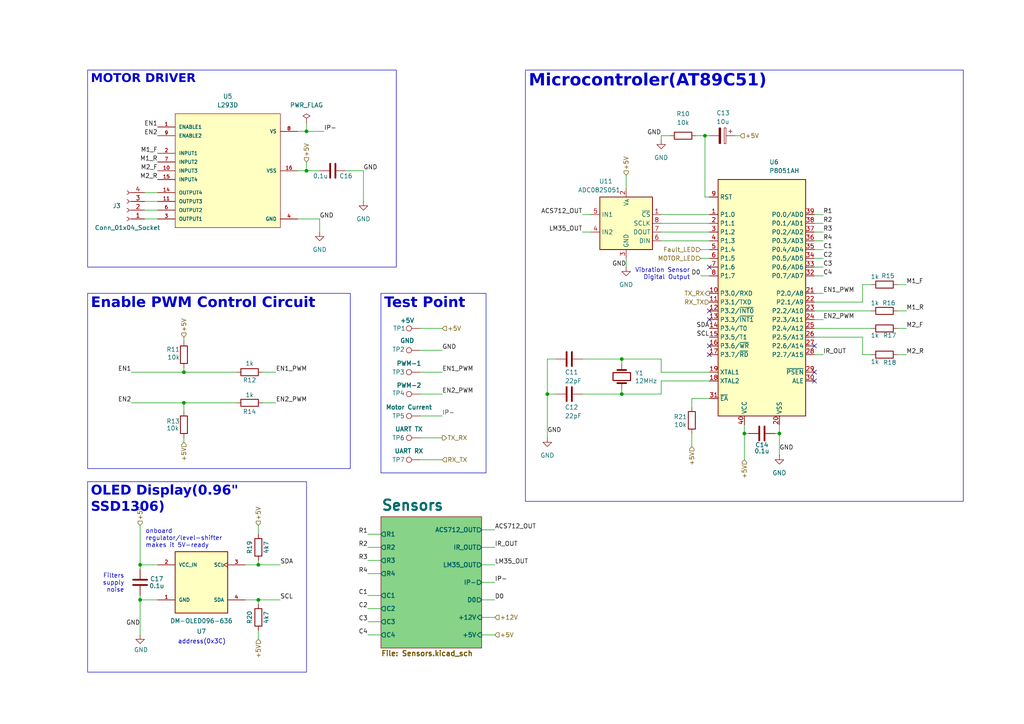
<source format=kicad_sch>
(kicad_sch (version 20250114) (generator "eeschema") (generator_version "9.0")
  (paper "A4")
  (title_block (title "8051 Microcontroller, Motor Driver and OLED") (date "2026-01-7") (company "YUKESH S 2024104010"))
  (lib_symbols
    (symbol "Analog_ADC:ADC082S051"
      (property "Reference" "U11" (at -7.874 12.192 0))
      (property "Value" "ADC082S051" (at -13.97 9.652 0))
      (symbol "ADC082S051_0_1"
        (rectangle (start -7.62 7.62) (end 7.62 -7.62) (stroke (width 0.254)) (fill (type background)))
      )
      (symbol "ADC082S051_1_1"
        (pin input line (at -10.16 2.54 0) (length 2.54) (name "IN1") (number "5"))
        (pin input line (at -10.16 -2.54 0) (length 2.54) (name "IN2") (number "4"))
        (pin power_in line (at 0 10.16 270) (length 2.54) (name "V_{A}") (number "2"))
        (pin power_in line (at 0 -10.16 90) (length 2.54) (name "GND") (number "3"))
        (pin input line (at 10.16 2.54 180) (length 2.54) (name "~{CS}") (number "1"))
        (pin input line (at 10.16 0 180) (length 2.54) (name "SCLK") (number "8"))
        (pin output line (at 10.16 -2.54 180) (length 2.54) (name "DOUT") (number "7"))
        (pin input line (at 10.16 -5.08 180) (length 2.54) (name "DIN") (number "6"))
      )
    )
    (symbol "Connector:Conn_01x04_Socket" (pin_names (offset 1.016) (hide yes))
      (property "Reference" "J" (at 0 5.08 0))
      (property "Value" "Conn_01x04_Socket" (at 0 -7.62 0))
      (symbol "Conn_01x04_Socket_1_1"
        (polyline (pts (xy -1.27 2.54) (xy -0.508 2.54)) (stroke (width 0.1524)))
        (polyline (pts (xy -1.27 0) (xy -0.508 0)) (stroke (width 0.1524)))
        (polyline (pts (xy -1.27 -2.54) (xy -0.508 -2.54)) (stroke (width 0.1524)))
        (polyline (pts (xy -1.27 -5.08) (xy -0.508 -5.08)) (stroke (width 0.1524)))
        (arc (start 0 2.032) (mid -0.5058 2.54) (end 0 3.048) (stroke (width 0.1524)))
        (arc (start 0 -0.508) (mid -0.5058 0) (end 0 0.508) (stroke (width 0.1524)))
        (arc (start 0 -3.048) (mid -0.5058 -2.54) (end 0 -2.032) (stroke (width 0.1524)))
        (arc (start 0 -5.588) (mid -0.5058 -5.08) (end 0 -4.572) (stroke (width 0.1524)))
        (pin passive line (at -5.08 2.54 0) (length 3.81) (name "Pin_1") (number "1"))
        (pin passive line (at -5.08 0 0) (length 3.81) (name "Pin_2") (number "2"))
        (pin passive line (at -5.08 -2.54 0) (length 3.81) (name "Pin_3") (number "3"))
        (pin passive line (at -5.08 -5.08 0) (length 3.81) (name "Pin_4") (number "4"))
      )
    )
    (symbol "Connector:TestPoint" (pin_numbers (hide yes)) (pin_names (offset 0.762) (hide yes))
      (property "Reference" "TP" (at 0 6.858 0))
      (property "Value" "TestPoint" (at 0 5.08 0))
      (symbol "TestPoint_0_1"
        (circle (center 0 3.302) (radius 0.762))
      )
      (symbol "TestPoint_1_1"
        (pin passive line (at 0 0 90) (length 2.54) (name "1") (number "1"))
      )
    )
    (symbol "DM-OLED096-636:DM-OLED096-636" (pin_names (offset 1.016))
      (property "Reference" "U7" (at 0.254 -13.462 0))
      (property "Value" "DM-OLED096-636" (at 0 -9.906 0))
      (symbol "DM-OLED096-636_0_0"
        (rectangle (start -7.62 -7.62) (end 7.62 10.16) (stroke (width 0.254)) (fill (type background)))
        (pin power_in line (at -12.7 6.35 0) (length 5.08) (name "VCC_IN") (number "2"))
        (pin power_in line (at -12.7 -3.81 0) (length 5.08) (name "GND") (number "1"))
        (pin input clock (at 12.7 6.35 180) (length 5.08) (name "SCL") (number "3"))
        (pin bidirectional line (at 12.7 -3.81 180) (length 5.08) (name "SDA") (number "4"))
      )
    )
    (symbol "Device:C" (pin_numbers (hide yes)) (pin_names (offset 0.254))
      (property "Reference" "C" (at 0.635 2.54 0))
      (property "Value" "C" (at 0.635 -2.54 0))
      (symbol "C_0_1"
        (polyline (pts (xy -2.032 0.762) (xy 2.032 0.762)) (stroke (width 0.508)))
        (polyline (pts (xy -2.032 -0.762) (xy 2.032 -0.762)) (stroke (width 0.508)))
      )
      (symbol "C_1_1"
        (pin passive line (at 0 3.81 270) (length 2.794) (name "~") (number "1"))
        (pin passive line (at 0 -3.81 90) (length 2.794) (name "~") (number "2"))
      )
    )
    (symbol "Device:C_Polarized" (pin_numbers (hide yes)) (pin_names (offset 0.254))
      (property "Reference" "C" (at 0.635 2.54 0))
      (property "Value" "C_Polarized" (at 0.635 -2.54 0))
      (symbol "C_Polarized_0_1"
        (rectangle (start -2.286 0.508) (end 2.286 1.016))
        (polyline (pts (xy -1.778 2.286) (xy -0.762 2.286)))
        (polyline (pts (xy -1.27 2.794) (xy -1.27 1.778)))
        (rectangle (start 2.286 -0.508) (end -2.286 -1.016) (fill (type outline)))
      )
      (symbol "C_Polarized_1_1"
        (pin passive line (at 0 3.81 270) (length 2.794) (name "~") (number "1"))
        (pin passive line (at 0 -3.81 90) (length 2.794) (name "~") (number "2"))
      )
    )
    (symbol "Device:Crystal" (pin_numbers (hide yes)) (pin_names (offset 1.016) (hide yes))
      (property "Reference" "Y" (at 0 3.81 0))
      (property "Value" "Crystal" (at 0 -3.81 0))
      (symbol "Crystal_0_1"
        (polyline (pts (xy -2.54 0) (xy -1.905 0)))
        (polyline (pts (xy -1.905 -1.27) (xy -1.905 1.27)) (stroke (width 0.508)))
        (rectangle (start -1.143 2.54) (end 1.143 -2.54) (stroke (width 0.3048)))
        (polyline (pts (xy 1.905 -1.27) (xy 1.905 1.27)) (stroke (width 0.508)))
        (polyline (pts (xy 2.54 0) (xy 1.905 0)))
      )
      (symbol "Crystal_1_1"
        (pin passive line (at -3.81 0 0) (length 1.27) (name "1") (number "1"))
        (pin passive line (at 3.81 0 180) (length 1.27) (name "2") (number "2"))
      )
    )
    (symbol "Device:R" (pin_numbers (hide yes)) (pin_names (offset 0))
      (property "Reference" "R" (at 2.032 0 90))
      (property "Value" "R" (at 0 0 90))
      (symbol "R_0_1"
        (rectangle (start -1.016 -2.54) (end 1.016 2.54) (stroke (width 0.254)))
      )
      (symbol "R_1_1"
        (pin passive line (at 0 3.81 270) (length 1.27) (name "~") (number "1"))
        (pin passive line (at 0 -3.81 90) (length 1.27) (name "~") (number "2"))
      )
    )
    (symbol "L293D:L293D" (pin_names (offset 1.016))
      (property "Reference" "U5" (at 0 20.32 0))
      (property "Value" "L293D" (at 0 17.78 0))
      (symbol "L293D_0_0"
        (rectangle (start -15.24 -17.78) (end 15.24 15.24) (stroke (width 0.1524)) (fill (type background)))
        (pin input line (at -20.32 11.43 0) (length 5.08) (name "ENABLE1") (number "1"))
        (pin input line (at -20.32 8.89 0) (length 5.08) (name "ENABLE2") (number "9"))
        (pin input line (at -20.32 3.81 0) (length 5.08) (name "INPUT1") (number "2"))
        (pin input line (at -20.32 1.27 0) (length 5.08) (name "INPUT2") (number "7"))
        (pin input line (at -20.32 -1.27 0) (length 5.08) (name "INPUT3") (number "10"))
        (pin input line (at -20.32 -3.81 0) (length 5.08) (name "INPUT4") (number "15"))
        (pin output line (at -20.32 -7.62 0) (length 5.08) (name "OUTPUT4") (number "14"))
        (pin output line (at -20.32 -10.16 0) (length 5.08) (name "OUTPUT3") (number "11"))
        (pin output line (at -20.32 -12.7 0) (length 5.08) (name "OUTPUT2") (number "6"))
        (pin output line (at -20.32 -15.24 0) (length 5.08) (name "OUTPUT1") (number "3"))
        (pin power_in line (at 20.32 10.16 180) (length 5.08) (name "VS") (number "8"))
        (pin power_in line (at 20.32 -1.27 180) (length 5.08) (name "VSS") (number "16"))
        (pin power_in line (at 20.32 -15.24 180) (length 5.08) (hide yes) (name "GND") (number "12"))
        (pin power_in line (at 20.32 -15.24 180) (length 5.08) (hide yes) (name "GND") (number "13"))
        (pin power_in line (at 20.32 -15.24 180) (length 5.08) (name "GND") (number "4"))
        (pin power_in line (at 20.32 -15.24 180) (length 5.08) (hide yes) (name "GND") (number "5"))
      )
    )
    (symbol "MCU_Intel:P8051AH"
      (property "Reference" "U5" (at 2.1433 38.1 0))
      (property "Value" "P8051AH" (at 2.1433 35.56 0))
      (symbol "P8051AH_1_0"
        (pin bidirectional line (at -15.24 17.78 0) (length 2.54) (name "P1.2") (number "3"))
      )
      (symbol "P8051AH_1_1"
        (polyline (pts (xy -12.7 33.02) (xy 12.7 33.02) (xy 12.7 -35.56) (xy -12.7 -35.56) (xy -12.7 33.02)) (stroke (width 0.254)) (fill (type background)))
        (pin input line (at -15.24 27.94 0) (length 2.54) (name "RST") (number "9"))
        (pin bidirectional line (at -15.24 22.86 0) (length 2.54) (name "P1.0") (number "1"))
        (pin bidirectional line (at -15.24 20.32 0) (length 2.54) (name "P1.1") (number "2"))
        (pin bidirectional line (at -15.24 15.24 0) (length 2.54) (name "P1.3") (number "4"))
        (pin bidirectional line (at -15.24 12.7 0) (length 2.54) (name "P1.4") (number "5"))
        (pin bidirectional line (at -15.24 10.16 0) (length 2.54) (name "P1.5") (number "6"))
        (pin bidirectional line (at -15.24 7.62 0) (length 2.54) (name "P1.6") (number "7"))
        (pin bidirectional line (at -15.24 5.08 0) (length 2.54) (name "P1.7") (number "8"))
        (pin bidirectional line (at -15.24 0 0) (length 2.54) (name "P3.0/RXD") (number "10"))
        (pin bidirectional line (at -15.24 -2.54 0) (length 2.54) (name "P3.1/TXD") (number "11"))
        (pin bidirectional line (at -15.24 -5.08 0) (length 2.54) (name "P3.2/~{INT0}") (number "12"))
        (pin bidirectional line (at -15.24 -7.62 0) (length 2.54) (name "P3.3/~{INT1}") (number "13"))
        (pin bidirectional line (at -15.24 -10.16 0) (length 2.54) (name "P3.4/T0") (number "14"))
        (pin bidirectional line (at -15.24 -12.7 0) (length 2.54) (name "P3.5/T1") (number "15"))
        (pin bidirectional line (at -15.24 -15.24 0) (length 2.54) (name "P3.6/~{WR}") (number "16"))
        (pin bidirectional line (at -15.24 -17.78 0) (length 2.54) (name "P3.7/~{RD}") (number "17"))
        (pin input line (at -15.24 -22.86 0) (length 2.54) (name "XTAL1") (number "19"))
        (pin output line (at -15.24 -25.4 0) (length 2.54) (name "XTAL2") (number "18"))
        (pin input line (at -15.24 -30.48 0) (length 2.54) (name "~{EA}") (number "31"))
        (pin power_in line (at -5.08 -38.1 90) (length 2.54) (name "VCC") (number "40"))
        (pin power_in line (at 5.08 -38.1 90) (length 2.54) (name "VSS") (number "20"))
        (pin bidirectional line (at 15.24 22.86 180) (length 2.54) (name "P0.0/AD0") (number "39"))
        (pin bidirectional line (at 15.24 20.32 180) (length 2.54) (name "P0.1/AD1") (number "38"))
        (pin bidirectional line (at 15.24 17.78 180) (length 2.54) (name "P0.2/AD2") (number "37"))
        (pin bidirectional line (at 15.24 15.24 180) (length 2.54) (name "P0.3/AD3") (number "36"))
        (pin bidirectional line (at 15.24 12.7 180) (length 2.54) (name "P0.4/AD4") (number "35"))
        (pin bidirectional line (at 15.24 10.16 180) (length 2.54) (name "P0.5/AD5") (number "34"))
        (pin bidirectional line (at 15.24 7.62 180) (length 2.54) (name "P0.6/AD6") (number "33"))
        (pin bidirectional line (at 15.24 5.08 180) (length 2.54) (name "P0.7/AD7") (number "32"))
        (pin bidirectional line (at 15.24 0 180) (length 2.54) (name "P2.0/A8") (number "21"))
        (pin bidirectional line (at 15.24 -2.54 180) (length 2.54) (name "P2.1/A9") (number "22"))
        (pin bidirectional line (at 15.24 -5.08 180) (length 2.54) (name "P2.2/A10") (number "23"))
        (pin bidirectional line (at 15.24 -7.62 180) (length 2.54) (name "P2.3/A11") (number "24"))
        (pin bidirectional line (at 15.24 -10.16 180) (length 2.54) (name "P2.4/A12") (number "25"))
        (pin bidirectional line (at 15.24 -12.7 180) (length 2.54) (name "P2.5/A13") (number "26"))
        (pin bidirectional line (at 15.24 -15.24 180) (length 2.54) (name "P2.6/A14") (number "27"))
        (pin bidirectional line (at 15.24 -17.78 180) (length 2.54) (name "P2.7/A15") (number "28"))
        (pin output line (at 15.24 -22.86 180) (length 2.54) (name "~{PSEN}") (number "29"))
        (pin output line (at 15.24 -25.4 180) (length 2.54) (name "ALE") (number "30"))
      )
    )
    (symbol "power:GND" (power) (pin_numbers (hide yes)) (pin_names (offset 0) (hide yes))
      (property "Value" "GND" (at 0 -3.81 0))
      (symbol "GND_0_1"
        (polyline (pts (xy 0 0) (xy 0 -1.27) (xy 1.27 -1.27) (xy 0 -2.54) (xy -1.27 -1.27) (xy 0 -1.27)))
      )
      (symbol "GND_1_1"
        (pin power_in line (at 0 0 270) (length 0) (name "~") (number "1"))
      )
    )
    (symbol "power:PWR_FLAG" (power) (pin_numbers (hide yes)) (pin_names (offset 0) (hide yes))
      (property "Value" "PWR_FLAG" (at 0 3.81 0))
      (symbol "PWR_FLAG_0_0"
        (pin power_out line (at 0 0 90) (length 0) (name "~") (number "1"))
      )
      (symbol "PWR_FLAG_0_1"
        (polyline (pts (xy 0 0) (xy 0 1.27) (xy -1.016 1.905) (xy 0 2.54) (xy 1.016 1.905) (xy 0 1.27)))
      )
    )
  )
  (text "onboard\nregulator/level-shifter\nmakes it 5V-ready" (at 42.164 156.21 0) (effects (font (size 1.27 1.27)) (justify left)))
  (text "address(0x3C)" (at 51.562 186.182 0) (effects (font (size 1.27 1.27) (thickness 0.1588)) (justify left)))
  (text "Vibration Sensor\nDigital Output" (at 200.152 77.724 0) (effects (font (size 1.27 1.27)) (justify right top)))
  (text "Filters\nsupply\nnoise" (at 36.068 169.164 0) (effects (font (size 1.27 1.27)) (justify right)))
  (text_box "Test Point" (at 110.49 85.09 0) (size 30.48 52.07) (margins 0.9525 0.9525 0.9525 0.9525) (effects (font (size 3 3) (bold yes)) (justify left top)))
  (text_box "MOTOR DRIVER " (at 25.4 20.32 0) (size 89.535 57.15) (margins 0.9525 0.9525 0.9525 0.9525) (effects (font (size 2.5 2.5) (bold yes)) (justify left top)))
  (text_box "Microcontroler(AT89C51)" (at 152.4 20.32 0) (size 127 125.095) (margins 0.9525 0.9525 0.9525 0.9525) (effects (font (size 3.5 3.5) (bold yes)) (justify left top)))
  (text_box "Enable PWM Control Circuit" (at 25.4 85.09 0) (size 76.2 50.8) (margins 0.9525 0.9525 0.9525 0.9525) (effects (font (size 3 3) (thickness 0.254) (bold yes)) (justify left top)))
  (text_box "OLED Display(0.96\" SSD1306)" (at 25.4 139.7 0) (size 63.5 55.245) (margins 0.9525 0.9525 0.9525 0.9525) (effects (font (size 2.8 2.8) (bold yes)) (justify left top)))
  (junction (at 88.9 38.1))
  (junction (at 53.34 107.95))
  (junction (at 226.06 125.73))
  (junction (at 88.9 49.53))
  (junction (at 40.64 163.83))
  (junction (at 40.64 173.99))
  (junction (at 53.34 116.84))
  (junction (at 180.34 104.14))
  (junction (at 158.75 114.3))
  (junction (at 215.9 125.73))
  (junction (at 180.34 114.3))
  (junction (at 74.93 173.99))
  (junction (at 204.47 39.37))
  (junction (at 74.93 163.83))
  (no_connect (at 205.74 77.47))
  (no_connect (at 236.22 110.49))
  (no_connect (at 236.22 107.95))
  (no_connect (at 205.74 92.71))
  (no_connect (at 236.22 100.33))
  (no_connect (at 205.74 100.33))
  (no_connect (at 205.74 102.87))
  (no_connect (at 205.74 90.17))
  (wire (pts (xy 106.68 154.94) (xy 110.49 154.94)))
  (wire (pts (xy 191.77 114.3) (xy 191.77 110.49)))
  (wire (pts (xy 260.35 90.17) (xy 262.89 90.17)))
  (wire (pts (xy 191.77 110.49) (xy 205.74 110.49)))
  (wire (pts (xy 213.36 39.37) (xy 214.63 39.37)))
  (wire (pts (xy 236.22 97.79) (xy 250.19 97.79)))
  (wire (pts (xy 106.68 166.37) (xy 110.49 166.37)))
  (wire (pts (xy 200.66 125.73) (xy 200.66 129.54)))
  (wire (pts (xy 200.66 115.57) (xy 200.66 118.11)))
  (wire (pts (xy 224.79 125.73) (xy 226.06 125.73)))
  (wire (pts (xy 215.9 123.19) (xy 215.9 125.73)))
  (wire (pts (xy 45.72 55.88) (xy 41.91 55.88)))
  (wire (pts (xy 100.33 49.53) (xy 105.41 49.53)))
  (wire (pts (xy 180.34 105.41) (xy 180.34 104.14)))
  (wire (pts (xy 236.22 77.47) (xy 238.76 77.47)))
  (wire (pts (xy 236.22 74.93) (xy 238.76 74.93)))
  (wire (pts (xy 191.77 104.14) (xy 180.34 104.14)))
  (wire (pts (xy 139.7 168.91) (xy 143.51 168.91)))
  (wire (pts (xy 238.76 85.09) (xy 236.22 85.09)))
  (wire (pts (xy 260.35 102.87) (xy 262.89 102.87)))
  (wire (pts (xy 215.9 125.73) (xy 217.17 125.73)))
  (wire (pts (xy 203.2 80.01) (xy 205.74 80.01)))
  (wire (pts (xy 121.92 95.25) (xy 128.27 95.25)))
  (wire (pts (xy 38.1 107.95) (xy 53.34 107.95)))
  (wire (pts (xy 106.68 162.56) (xy 110.49 162.56)))
  (wire (pts (xy 74.93 163.83) (xy 81.28 163.83)))
  (wire (pts (xy 53.34 127) (xy 53.34 128.27)))
  (wire (pts (xy 181.61 74.93) (xy 181.61 77.47)))
  (wire (pts (xy 121.92 107.95) (xy 128.27 107.95)))
  (wire (pts (xy 88.9 49.53) (xy 92.71 49.53)))
  (wire (pts (xy 250.19 82.55) (xy 252.73 82.55)))
  (wire (pts (xy 139.7 163.83) (xy 143.51 163.83)))
  (wire (pts (xy 53.34 116.84) (xy 68.58 116.84)))
  (wire (pts (xy 168.91 67.31) (xy 171.45 67.31)))
  (wire (pts (xy 86.36 49.53) (xy 88.9 49.53)))
  (wire (pts (xy 40.64 163.83) (xy 45.72 163.83)))
  (wire (pts (xy 53.34 107.95) (xy 68.58 107.95)))
  (wire (pts (xy 45.72 58.42) (xy 41.91 58.42)))
  (wire (pts (xy 191.77 107.95) (xy 205.74 107.95)))
  (wire (pts (xy 191.77 69.85) (xy 205.74 69.85)))
  (wire (pts (xy 181.61 50.8) (xy 181.61 54.61)))
  (wire (pts (xy 236.22 69.85) (xy 238.76 69.85)))
  (wire (pts (xy 168.91 114.3) (xy 180.34 114.3)))
  (wire (pts (xy 236.22 87.63) (xy 250.19 87.63)))
  (wire (pts (xy 40.64 172.72) (xy 40.64 173.99)))
  (wire (pts (xy 226.06 125.73) (xy 226.06 132.08)))
  (wire (pts (xy 139.7 179.07) (xy 143.51 179.07)))
  (wire (pts (xy 40.64 173.99) (xy 45.72 173.99)))
  (wire (pts (xy 86.36 38.1) (xy 88.9 38.1)))
  (wire (pts (xy 53.34 116.84) (xy 53.34 119.38)))
  (wire (pts (xy 121.92 114.3) (xy 128.27 114.3)))
  (wire (pts (xy 168.91 104.14) (xy 180.34 104.14)))
  (wire (pts (xy 139.7 153.67) (xy 143.51 153.67)))
  (wire (pts (xy 74.93 152.4) (xy 74.93 154.94)))
  (wire (pts (xy 121.92 101.6) (xy 128.27 101.6)))
  (wire (pts (xy 40.64 152.4) (xy 40.64 163.83)))
  (wire (pts (xy 236.22 80.01) (xy 238.76 80.01)))
  (wire (pts (xy 204.47 57.15) (xy 204.47 39.37)))
  (wire (pts (xy 106.68 184.15) (xy 110.49 184.15)))
  (wire (pts (xy 203.2 72.39) (xy 205.74 72.39)))
  (wire (pts (xy 250.19 102.87) (xy 252.73 102.87)))
  (wire (pts (xy 226.06 123.19) (xy 226.06 125.73)))
  (wire (pts (xy 236.22 67.31) (xy 238.76 67.31)))
  (wire (pts (xy 88.9 35.56) (xy 88.9 38.1)))
  (wire (pts (xy 53.34 106.68) (xy 53.34 107.95)))
  (wire (pts (xy 236.22 92.71) (xy 238.76 92.71)))
  (wire (pts (xy 191.77 64.77) (xy 205.74 64.77)))
  (wire (pts (xy 168.91 62.23) (xy 171.45 62.23)))
  (wire (pts (xy 260.35 95.25) (xy 262.89 95.25)))
  (wire (pts (xy 250.19 97.79) (xy 250.19 102.87)))
  (wire (pts (xy 121.92 133.35) (xy 128.27 133.35)))
  (wire (pts (xy 88.9 46.99) (xy 88.9 49.53)))
  (wire (pts (xy 191.77 67.31) (xy 205.74 67.31)))
  (wire (pts (xy 139.7 173.99) (xy 143.51 173.99)))
  (wire (pts (xy 76.2 116.84) (xy 80.01 116.84)))
  (wire (pts (xy 236.22 72.39) (xy 238.76 72.39)))
  (wire (pts (xy 158.75 104.14) (xy 161.29 104.14)))
  (wire (pts (xy 236.22 95.25) (xy 252.73 95.25)))
  (wire (pts (xy 236.22 90.17) (xy 252.73 90.17)))
  (wire (pts (xy 106.68 176.53) (xy 110.49 176.53)))
  (wire (pts (xy 74.93 182.88) (xy 74.93 185.42)))
  (wire (pts (xy 71.12 173.99) (xy 74.93 173.99)))
  (wire (pts (xy 106.68 180.34) (xy 110.49 180.34)))
  (wire (pts (xy 71.12 163.83) (xy 74.93 163.83)))
  (wire (pts (xy 53.34 97.79) (xy 53.34 99.06)))
  (wire (pts (xy 40.64 173.99) (xy 40.64 184.15)))
  (wire (pts (xy 88.9 38.1) (xy 93.98 38.1)))
  (wire (pts (xy 215.9 125.73) (xy 215.9 133.35)))
  (wire (pts (xy 121.92 120.65) (xy 128.27 120.65)))
  (wire (pts (xy 205.74 115.57) (xy 200.66 115.57)))
  (wire (pts (xy 191.77 107.95) (xy 191.77 104.14)))
  (wire (pts (xy 74.93 173.99) (xy 74.93 175.26)))
  (wire (pts (xy 40.64 163.83) (xy 40.64 165.1)))
  (wire (pts (xy 158.75 114.3) (xy 161.29 114.3)))
  (wire (pts (xy 139.7 184.15) (xy 143.51 184.15)))
  (wire (pts (xy 92.71 63.5) (xy 92.71 67.31)))
  (wire (pts (xy 236.22 62.23) (xy 238.76 62.23)))
  (wire (pts (xy 205.74 39.37) (xy 204.47 39.37)))
  (wire (pts (xy 45.72 60.96) (xy 41.91 60.96)))
  (wire (pts (xy 74.93 173.99) (xy 81.28 173.99)))
  (wire (pts (xy 158.75 114.3) (xy 158.75 104.14)))
  (wire (pts (xy 191.77 39.37) (xy 194.31 39.37)))
  (wire (pts (xy 121.92 127) (xy 128.27 127)))
  (wire (pts (xy 236.22 102.87) (xy 238.76 102.87)))
  (wire (pts (xy 203.2 74.93) (xy 205.74 74.93)))
  (wire (pts (xy 260.35 82.55) (xy 262.89 82.55)))
  (wire (pts (xy 45.72 63.5) (xy 41.91 63.5)))
  (wire (pts (xy 106.68 172.72) (xy 110.49 172.72)))
  (wire (pts (xy 201.93 39.37) (xy 204.47 39.37)))
  (wire (pts (xy 250.19 87.63) (xy 250.19 82.55)))
  (wire (pts (xy 106.68 158.75) (xy 110.49 158.75)))
  (wire (pts (xy 158.75 114.3) (xy 158.75 127)))
  (wire (pts (xy 139.7 158.75) (xy 143.51 158.75)))
  (wire (pts (xy 105.41 49.53) (xy 105.41 58.42)))
  (wire (pts (xy 191.77 62.23) (xy 205.74 62.23)))
  (wire (pts (xy 205.74 57.15) (xy 204.47 57.15)))
  (wire (pts (xy 180.34 114.3) (xy 191.77 114.3)))
  (wire (pts (xy 38.1 116.84) (xy 53.34 116.84)))
  (wire (pts (xy 180.34 113.03) (xy 180.34 114.3)))
  (wire (pts (xy 74.93 162.56) (xy 74.93 163.83)))
  (wire (pts (xy 86.36 63.5) (xy 92.71 63.5)))
  (wire (pts (xy 76.2 107.95) (xy 80.01 107.95)))
  (wire (pts (xy 191.77 39.37) (xy 191.77 40.64)))
  (wire (pts (xy 236.22 64.77) (xy 238.76 64.77)))
  (label "LM35_OUT" (at 168.91 67.31 180))
  (label "EN1" (at 45.72 36.83 180))
  (label "SDA" (at 205.74 95.25 180))
  (label "EN2_PWM" (at 128.27 114.3 0))
  (label "GND" (at 226.06 130.81 0))
  (label "EN1_PWM" (at 238.76 85.09 0))
  (label "M1_R" (at 262.89 90.17 0))
  (label "IP-" (at 93.98 38.1 0) (effects (font (thickness 0.1588))))
  (label "R2" (at 106.68 158.75 180))
  (label "R2" (at 238.76 64.77 0))
  (label "ACS712_OUT" (at 168.91 62.23 180))
  (label "GND" (at 158.75 125.73 0))
  (label "M2_F" (at 45.72 49.53 180))
  (label "SCL" (at 205.74 97.79 180) (effects (font (thickness 0.1588))))
  (label "SDA" (at 81.28 163.83 0))
  (label "C3" (at 238.76 77.47 0))
  (label "R4" (at 106.68 166.37 180))
  (label "M1_R" (at 45.72 46.99 180))
  (label "LM35_OUT" (at 143.51 163.83 0))
  (label "GND" (at 105.41 49.53 0))
  (label "GND" (at 92.71 63.5 0))
  (label "EN1_PWM" (at 128.27 107.95 0))
  (label "EN2" (at 45.72 39.37 180))
  (label "M1_F" (at 262.89 82.55 0))
  (label "M2_F" (at 262.89 95.25 0))
  (label "IP-" (at 143.51 168.91 0) (effects (font (thickness 0.1588))))
  (label "M2_R" (at 45.72 52.07 180))
  (label "C4" (at 106.68 184.15 180))
  (label "D0" (at 203.2 80.01 180))
  (label "IR_OUT" (at 143.51 158.75 0))
  (label "EN2_PWM" (at 80.01 116.84 0))
  (label "R3" (at 106.68 162.56 180))
  (label "C1" (at 238.76 72.39 0))
  (label "GND" (at 40.64 181.61 180))
  (label "EN1" (at 38.1 107.95 180))
  (label "IR_OUT" (at 238.76 102.87 0))
  (label "EN1_PWM" (at 80.01 107.95 0))
  (label "C1" (at 106.68 172.72 180))
  (label "R1" (at 106.68 154.94 180))
  (label "GND" (at 181.61 77.47 180))
  (label "D0" (at 143.51 173.99 0))
  (label "C2" (at 106.68 176.53 180))
  (label "C3" (at 106.68 180.34 180))
  (label "EN2_PWM" (at 238.76 92.71 0))
  (label "ACS712_OUT" (at 143.51 153.67 0))
  (label "R1" (at 238.76 62.23 0))
  (label "GND" (at 191.77 39.37 180))
  (label "M1_F" (at 45.72 44.45 180))
  (label "C4" (at 238.76 80.01 0))
  (label "SCL" (at 81.28 173.99 0) (effects (font (thickness 0.1588))))
  (label "GND" (at 128.27 101.6 0))
  (label "C2" (at 238.76 74.93 0))
  (label "R3" (at 238.76 67.31 0))
  (label "IP-" (at 128.27 120.65 0) (effects (font (thickness 0.125))))
  (label "EN2" (at 38.1 116.84 180))
  (label "R4" (at 238.76 69.85 0))
  (label "M2_R" (at 262.89 102.87 0))
  (hierarchical_label "+5V" (shape input) (at 214.63 39.37 0) (effects (font (thickness 0.1588))))
  (hierarchical_label "+5V" (shape input) (at 74.93 152.4 90) (effects (font (thickness 0.1588))))
  (hierarchical_label "TX_RX" (shape output) (at 128.27 127 0))
  (hierarchical_label "+5V" (shape input) (at 53.34 128.27 270) (effects (font (thickness 0.1588))))
  (hierarchical_label "RX_TX" (shape input) (at 128.27 133.35 0))
  (hierarchical_label "+5V" (shape input) (at 40.64 152.4 90) (effects (font (thickness 0.1588))))
  (hierarchical_label "+12V" (shape input) (at 143.51 179.07 0) (effects (font (thickness 0.1588))))
  (hierarchical_label "+5V" (shape input) (at 200.66 129.54 270) (effects (font (thickness 0.1588))))
  (hierarchical_label "+5V" (shape input) (at 74.93 185.42 270) (effects (font (thickness 0.1588))))
  (hierarchical_label "+5V" (shape input) (at 143.51 184.15 0) (effects (font (thickness 0.1588))))
  (hierarchical_label "+5V" (shape input) (at 88.9 46.99 90) (effects (font (thickness 0.1588))))
  (hierarchical_label "+5V" (shape input) (at 53.34 97.79 90) (effects (font (thickness 0.1588))))
  (hierarchical_label "+5V" (shape input) (at 181.61 50.8 90) (effects (font (thickness 0.1588))))
  (hierarchical_label "RX_TX" (shape input) (at 205.74 87.63 180))
  (hierarchical_label "+5V" (shape input) (at 128.27 95.25 0) (effects (font (thickness 0.1588))))
  (hierarchical_label "+5V" (shape input) (at 215.9 133.35 270) (effects (font (thickness 0.1588))))
  (hierarchical_label "TX_RX" (shape output) (at 205.74 85.09 180))
  (hierarchical_label "Fault_LED" (shape input) (at 203.2 72.39 180))
  (hierarchical_label "MOTOR_LED" (shape input) (at 203.2 74.93 180))
  (symbol (lib_id "Device:R") (at 74.93 158.75 180) (unit 1)
    (property "Reference" "R19" (at 72.39 158.75 90))
    (property "Value" "4k7" (at 77.216 158.75 90))
    (property "Footprint" "Resistor_SMD:R_0805_2012Metric" (effects (hide yes)))
    (property "Description" "Resistor" (effects (hide yes)))
  )
  (symbol (lib_id "Device:R") (at 53.34 102.87 0) (unit 1)
    (property "Reference" "R11" (at 48.26 101.346 0) (effects (justify left)))
    (property "Value" "10k" (at 48.514 103.632 0) (effects (justify left)))
    (property "Footprint" "Resistor_SMD:R_0805_2012Metric" (effects (hide yes)))
    (property "Description" "Resistor" (effects (hide yes)))
  )
  (symbol (lib_id "Device:C") (at 220.98 125.73 90) (unit 1)
    (property "Reference" "C14" (at 220.98 129.032 90))
    (property "Value" "0.1u" (at 220.98 130.81 90))
    (property "Footprint" "Capacitor_SMD:C_0805_2012Metric" (effects (hide yes)))
    (property "Description" "Unpolarized capacitor" (effects (hide yes)))
  )
  (symbol (lib_id "power:GND") (at 40.64 184.15 0) (unit 1)
    (property "Reference" "#PWR031" (effects (hide yes)))
    (property "Value" "GND" (at 40.894 188.468 0))
    (property "Description" "Power symbol creates a global label with name \"GND\" , ground" (effects (hide yes)))
  )
  (symbol (lib_id "power:GND") (at 92.71 67.31 0) (unit 1)
    (property "Reference" "#PWR025" (effects (hide yes)))
    (property "Value" "GND" (at 92.71 72.39 0))
    (property "Description" "Power symbol creates a global label with name \"GND\" , ground" (effects (hide yes)))
  )
  (symbol (lib_id "Connector:TestPoint") (at 121.92 107.95 90) (unit 1)
    (property "Reference" "TP3" (at 115.57 107.95 90))
    (property "Value" "PWM-1" (at 118.618 105.41 90) (effects (font (thickness 0.254) (bold yes))))
    (property "Footprint" "TestPoint:TestPoint_Pad_D2.0mm" (effects (hide yes)))
    (property "Description" "test point" (effects (hide yes)))
  )
  (symbol (lib_id "Connector:TestPoint") (at 121.92 114.3 90) (unit 1)
    (property "Reference" "TP4" (at 115.57 114.046 90))
    (property "Value" "PWM-2" (at 118.618 111.76 90) (effects (font (thickness 0.254) (bold yes))))
    (property "Footprint" "TestPoint:TestPoint_Pad_D2.0mm" (effects (hide yes)))
    (property "Description" "test point" (effects (hide yes)))
  )
  (symbol (lib_id "Connector:TestPoint") (at 121.92 120.65 90) (unit 1)
    (property "Reference" "TP5" (at 115.57 120.65 90))
    (property "Value" "Motor Current" (at 118.618 118.11 90) (effects (font (thickness 0.254) (bold yes))))
    (property "Footprint" "TestPoint:TestPoint_Pad_D2.0mm" (effects (hide yes)))
    (property "Description" "test point" (effects (hide yes)))
  )
  (symbol (lib_id "Connector:TestPoint") (at 121.92 133.35 90) (unit 1)
    (property "Reference" "TP7" (at 115.57 133.35 90))
    (property "Value" "UART RX" (at 118.618 130.81 90) (effects (font (thickness 0.254) (bold yes))))
    (property "Footprint" "TestPoint:TestPoint_Pad_D2.0mm" (effects (hide yes)))
    (property "Description" "test point" (effects (hide yes)))
  )
  (symbol (lib_id "Device:R") (at 200.66 121.92 180) (unit 1)
    (property "Reference" "R21" (at 197.358 120.904 0))
    (property "Value" "10k" (at 197.358 123.19 0))
    (property "Footprint" "Resistor_SMD:R_0805_2012Metric" (effects (hide yes)))
    (property "Description" "Resistor" (effects (hide yes)))
  )
  (symbol (lib_id "Device:C") (at 96.52 49.53 90) (unit 1)
    (property "Reference" "C16" (at 100.33 51.054 90))
    (property "Value" "0.1u" (at 92.964 51.054 90))
    (property "Footprint" "Capacitor_SMD:C_0805_2012Metric" (effects (hide yes)))
    (property "Description" "Unpolarized capacitor" (effects (hide yes)))
  )
  (symbol (lib_id "Device:R") (at 256.54 102.87 270) (unit 1)
    (property "Reference" "R18" (at 258.064 105.156 90))
    (property "Value" "1k" (at 253.746 104.902 90))
    (property "Footprint" "Resistor_SMD:R_0805_2012Metric" (effects (hide yes)))
    (property "Description" "Resistor" (effects (hide yes)))
  )
  (symbol (lib_id "Device:R") (at 72.39 116.84 270) (unit 1)
    (property "Reference" "R14" (at 72.39 119.38 90))
    (property "Value" "1k" (at 72.39 114.554 90))
    (property "Footprint" "Resistor_SMD:R_0805_2012Metric" (effects (hide yes)))
    (property "Description" "Resistor" (effects (hide yes)))
  )
  (symbol (lib_id "power:GND") (at 191.77 40.64 0) (unit 1)
    (property "Reference" "#PWR022" (effects (hide yes)))
    (property "Value" "GND" (at 191.77 45.72 0))
    (property "Description" "Power symbol creates a global label with name \"GND\" , ground" (effects (hide yes)))
  )
  (symbol (lib_id "Connector:TestPoint") (at 121.92 101.6 90) (unit 1)
    (property "Reference" "TP2" (at 115.57 101.346 90))
    (property "Value" "GND" (at 118.11 98.806 90) (effects (font (thickness 0.254) (bold yes))))
    (property "Footprint" "TestPoint:TestPoint_Pad_D2.0mm" (effects (hide yes)))
    (property "Description" "test point" (effects (hide yes)))
  )
  (symbol (lib_id "L293D:L293D") (at 66.04 48.26 0) (unit 1)
    (property "Reference" "U5" (at 66.04 27.94 0))
    (property "Value" "L293D" (at 66.04 30.48 0))
    (property "Footprint" "Footprints:DIP880W50P254L2000H510Q16" (effects (hide yes)))
    (property "B_NOM" "0.5" (effects (hide yes)))
    (property "D_MAX" "20.0" (effects (hide yes)))
    (property "E1_NOM" "7.1" (effects (hide yes)))
    (property "B_MIN" "0.5" (effects (hide yes)))
    (property "E1_MIN" "7.1" (effects (hide yes)))
    (property "B_MAX" "0.5" (effects (hide yes)))
    (property "Description_1" "Bipolar Motor Driver - Parallel 16-PowerDIP" (effects (hide yes)))
    (property "Price" "None" (effects (hide yes)))
    (property "ENOM" "2.54" (effects (hide yes)))
    (property "D_NOM" "20.0" (effects (hide yes)))
    (property "Purchase-URL" "https://www.snapeda.com/api/url_track_click_mouser/?unipart_id=3077057&manufacturer=STMicroelectronics&part_name=L293D&search_term=l293d" (effects (hide yes)))
    (property "A_MAX" "5.1" (effects (hide yes)))
    (property "Package" "DIP-16 STMicroelectronics" (effects (hide yes)))
    (property "A_NOM" "5.1" (effects (hide yes)))
    (property "Check_prices" "https://www.snapeda.com/parts/L293D/STMicroelectronics/view-part/?ref=eda" (effects (hide yes)))
    (property "A_MIN" "5.1" (effects (hide yes)))
    (property "STANDARD" "IPC 7351B" (effects (hide yes)))
    (property "SnapEDA_Link" "https://www.snapeda.com/parts/L293D/STMicroelectronics/view-part/?ref=snap" (effects (hide yes)))
    (property "E_NOM" "8.8" (effects (hide yes)))
    (property "PIN_COUNT" "16.0" (effects (hide yes)))
    (property "MANUFACTURER" "ST Microelectronics" (effects (hide yes)))
    (property "MF" "STMicroelectronics" (effects (hide yes)))
    (property "MAXIMUM_PACKAGE_HEIGHT" "5.1mm" (effects (hide yes)))
    (property "E1_MAX" "7.1" (effects (hide yes)))
    (property "D_MIN" "20.0" (effects (hide yes)))
    (property "MP" "L293D" (effects (hide yes)))
    (property "Availability" "In Stock" (effects (hide yes)))
  )
  (symbol (lib_id "Connector:Conn_01x04_Socket") (at 36.83 60.96 180) (unit 1)
    (property "Reference" "J3" (at 35.052 59.69 0) (effects (justify left)))
    (property "Value" "Conn_01x04_Socket" (at 46.482 66.04 0) (effects (justify left)))
    (property "Footprint" "TerminalBlock_Phoenix:TerminalBlock_Phoenix_PT-1,5-4-5.0-H_1x04_P5.00mm_Horizontal" (effects (hide yes)))
    (property "Description" "Generic connector, single row, 01x04, script generated" (effects (hide yes)))
  )
  (symbol (lib_id "power:GND") (at 158.75 127 0) (unit 1)
    (property "Reference" "#PWR021" (effects (hide yes)))
    (property "Value" "GND" (at 158.75 132.08 0))
    (property "Description" "Power symbol creates a global label with name \"GND\" , ground" (effects (hide yes)))
  )
  (symbol (lib_id "Connector:TestPoint") (at 121.92 127 90) (unit 1)
    (property "Reference" "TP6" (at 115.57 127 90))
    (property "Value" "UART TX" (at 118.618 124.46 90) (effects (font (thickness 0.254) (bold yes))))
    (property "Footprint" "TestPoint:TestPoint_Pad_D2.0mm" (effects (hide yes)))
    (property "Description" "test point" (effects (hide yes)))
  )
  (symbol (lib_id "MCU_Intel:P8051AH") (at 220.98 85.09 0) (unit 1)
    (property "Reference" "U6" (at 223.1233 46.99 0) (effects (justify left)))
    (property "Value" "P8051AH" (at 223.1233 49.53 0) (effects (justify left)))
    (property "Footprint" "Package_DIP:DIP-40_W15.24mm" (effects (hide yes)))
    (property "Datasheet" "https://www.datasheetarchive.com/datasheet/MCS%2051/Intel" (effects (hide yes)))
    (property "Description" "MCS-51 8-bit Control-Oriented Microcontrollers, 4K x 8 masked ROM, 128 x 8 RAM, 2x 16-bit timers / event counters, 12MHz, DIP-40" (effects (hide yes)))
  )
  (symbol (lib_id "Device:R") (at 53.34 123.19 180) (unit 1)
    (property "Reference" "R13" (at 48.26 122.174 0) (effects (justify right)))
    (property "Value" "10k" (at 48.26 124.206 0) (effects (justify right)))
    (property "Footprint" "Resistor_SMD:R_0805_2012Metric" (effects (hide yes)))
    (property "Description" "Resistor" (effects (hide yes)))
  )
  (symbol (lib_id "Device:C") (at 165.1 114.3 270) (unit 1)
    (property "Reference" "C12" (at 163.83 118.11 90) (effects (justify left)))
    (property "Value" "22pF" (at 163.83 120.65 90) (effects (justify left)))
    (property "Footprint" "Capacitor_SMD:C_0805_2012Metric" (effects (hide yes)))
    (property "Description" "Unpolarized capacitor" (effects (hide yes)))
  )
  (symbol (lib_id "Device:R") (at 256.54 90.17 270) (unit 1)
    (property "Reference" "R16" (at 257.81 87.884 90))
    (property "Value" "1k" (at 253.746 87.884 90))
    (property "Footprint" "Resistor_SMD:R_0805_2012Metric" (effects (hide yes)))
    (property "Description" "Resistor" (effects (hide yes)))
  )
  (symbol (lib_id "Device:C") (at 40.64 168.91 180) (unit 1)
    (property "Reference" "C17" (at 45.466 167.894 0))
    (property "Value" "0.1u" (at 45.466 169.926 0))
    (property "Footprint" "Capacitor_SMD:C_0805_2012Metric" (effects (hide yes)))
    (property "Description" "Unpolarized capacitor" (effects (hide yes)))
  )
  (symbol (lib_id "Device:R") (at 198.12 39.37 270) (unit 1)
    (property "Reference" "R10" (at 198.12 33.02 90))
    (property "Value" "10k" (at 198.12 35.56 90))
    (property "Footprint" "Resistor_SMD:R_0805_2012Metric" (effects (hide yes)))
    (property "Description" "Resistor" (effects (hide yes)))
  )
  (symbol (lib_id "Device:R") (at 72.39 107.95 90) (unit 1)
    (property "Reference" "R12" (at 72.39 110.236 90))
    (property "Value" "1k" (at 72.39 105.41 90))
    (property "Footprint" "Resistor_SMD:R_0805_2012Metric" (effects (hide yes)))
    (property "Description" "Resistor" (effects (hide yes)))
  )
  (symbol (lib_id "power:GND") (at 105.41 58.42 0) (unit 1)
    (property "Reference" "#PWR029" (effects (hide yes)))
    (property "Value" "GND" (at 105.41 63.5 0))
    (property "Description" "Power symbol creates a global label with name \"GND\" , ground" (effects (hide yes)))
  )
  (symbol (lib_id "Device:C_Polarized") (at 209.55 39.37 270) (unit 1)
    (property "Reference" "C13" (at 207.772 32.766 90) (effects (justify left)))
    (property "Value" "10u" (at 207.772 35.306 90) (effects (justify left)))
    (property "Footprint" "Capacitor_SMD:C_0805_2012Metric" (effects (hide yes)))
    (property "Description" "Polarized capacitor" (effects (hide yes)))
  )
  (symbol (lib_id "power:GND") (at 181.61 77.47 0) (unit 1)
    (property "Reference" "#PWR036" (effects (hide yes)))
    (property "Value" "GND" (at 181.61 82.55 0))
    (property "Description" "Power symbol creates a global label with name \"GND\" , ground" (effects (hide yes)))
  )
  (symbol (lib_id "Device:Crystal") (at 180.34 109.22 90) (unit 1)
    (property "Reference" "Y1" (at 184.15 108.204 90) (effects (justify right)))
    (property "Value" "12MHz" (at 184.15 110.4899 90) (effects (justify right)))
    (property "Footprint" "Crystal:Crystal_SMD_5032-2Pin_5.0x3.2mm_HandSoldering" (effects (hide yes)))
    (property "Description" "Two pin crystal" (effects (hide yes)))
  )
  (symbol (lib_id "Device:C") (at 165.1 104.14 270) (unit 1)
    (property "Reference" "C11" (at 163.83 107.9499 90) (effects (justify left)))
    (property "Value" "22pF" (at 163.83 110.49 90) (effects (justify left)))
    (property "Footprint" "Capacitor_SMD:C_0805_2012Metric" (effects (hide yes)))
    (property "Description" "Unpolarized capacitor" (effects (hide yes)))
  )
  (symbol (lib_id "Connector:TestPoint") (at 121.92 95.25 90) (unit 1)
    (property "Reference" "TP1" (at 115.824 95.25 90))
    (property "Value" "+5V" (at 118.11 92.964 90) (effects (font (thickness 0.254) (bold yes))))
    (property "Footprint" "TestPoint:TestPoint_Pad_D2.0mm" (effects (hide yes)))
    (property "Description" "test point" (effects (hide yes)))
  )
  (symbol (lib_id "power:PWR_FLAG") (at 88.9 35.56 0) (unit 1)
    (property "Reference" "#FLG04" (effects (hide yes)))
    (property "Value" "PWR_FLAG" (at 88.9 30.48 0))
    (property "Description" "Special symbol for telling ERC where power comes from" (effects (hide yes)))
  )
  (symbol (lib_id "Analog_ADC:ADC082S051") (at 181.61 64.77 0) (unit 1)
    (property "Reference" "U11" (at 173.736 52.578 0) (effects (justify left)))
    (property "Value" "ADC082S051" (at 167.64 55.118 0) (effects (justify left)))
    (property "Footprint" "Package_SO:VSSOP-8_3x3mm_P0.65mm" (effects (hide yes)))
    (property "Datasheet" "https://www.ti.com/lit/ds/symlink/adc082s051.pdf" (effects (hide yes)))
    (property "Description" "2 channel, 200 - 500 ksps, 8-bit ADC, 2.7 - 5.25V supply, TSSOP-8 (MSOP-8, Texas VSSOP-8)" (effects (hide yes)))
  )
  (symbol (lib_id "power:GND") (at 226.06 132.08 0) (unit 1)
    (property "Reference" "#PWR023" (effects (hide yes)))
    (property "Value" "GND" (at 226.06 137.16 0))
    (property "Description" "Power symbol creates a global label with name \"GND\" , ground" (effects (hide yes)))
  )
  (symbol (lib_id "Device:R") (at 256.54 95.25 270) (unit 1)
    (property "Reference" "R17" (at 258.064 97.282 90))
    (property "Value" "1k" (at 253.746 97.282 90))
    (property "Footprint" "Resistor_SMD:R_0805_2012Metric" (effects (hide yes)))
    (property "Description" "Resistor" (effects (hide yes)))
  )
  (symbol (lib_id "DM-OLED096-636:DM-OLED096-636") (at 58.42 170.18 0) (unit 1)
    (property "Reference" "U7" (at 58.42 183.134 0))
    (property "Value" "DM-OLED096-636" (at 58.42 180.086 0))
    (property "Footprint" "Footprints:MODULE_DM-OLED096-636" (effects (hide yes)))
    (property "MF" "Display Module" (effects (hide yes)))
    (property "MAXIMUM_PACKAGE_HEIGHT" "11.3 mm" (effects (hide yes)))
    (property "Package" "Package" (effects (hide yes)))
    (property "Price" "None" (effects (hide yes)))
    (property "Check_prices" "https://www.snapeda.com/parts/DM-OLED096-636/Display+Module/view-part/?ref=eda" (effects (hide yes)))
    (property "STANDARD" "Manufacturer Recommendations" (effects (hide yes)))
    (property "PARTREV" "2018-09-10" (effects (hide yes)))
    (property "SnapEDA_Link" "https://www.snapeda.com/parts/DM-OLED096-636/Display+Module/view-part/?ref=snap" (effects (hide yes)))
    (property "MP" "DM-OLED096-636" (effects (hide yes)))
    (property "Description_1" "0.96” 128 X 64 MONOCHROME GRAPHIC OLED DISPLAY MODULE - I2C" (effects (hide yes)))
    (property "Availability" "Not in stock" (effects (hide yes)))
    (property "MANUFACTURER" "Displaymodule" (effects (hide yes)))
  )
  (symbol (lib_id "Device:R") (at 74.93 179.07 180) (unit 1)
    (property "Reference" "R20" (at 72.39 179.07 90))
    (property "Value" "4k7" (at 77.216 179.07 90))
    (property "Footprint" "Resistor_SMD:R_0805_2012Metric" (effects (hide yes)))
    (property "Description" "Resistor" (effects (hide yes)))
  )
  (symbol (lib_id "Device:R") (at 256.54 82.55 270) (unit 1)
    (property "Reference" "R15" (at 257.556 80.01 90))
    (property "Value" "1k" (at 253.746 80.264 90))
    (property "Footprint" "Resistor_SMD:R_0805_2012Metric" (effects (hide yes)))
    (property "Description" "Resistor" (effects (hide yes)))
  )
  (sheet (at 110.49 149.86) (size 29.21 38.1) (stroke (width 0.1524)) (fill (color 17 169 17 0.5000))
    (property "Sheetname" "Sensors" (at 110.49 148.2834 0) (effects (font (size 3 3) (thickness 0.6) (bold yes)) (justify left bottom)))
    (property "Sheetfile" "Sensors.kicad_sch" (at 110.49 188.6366 0) (effects (font (size 1.5 1.5) (thickness 0.3) (bold yes)) (justify left top)))
    (pin "ACS712_OUT" output (at 139.7 153.67 0) (effects (font (thickness 0.254) (bold yes))))
    (pin "R4" output (at 110.49 166.37 180) (effects (font (thickness 0.254) (bold yes))))
    (pin "R1" output (at 110.49 154.94 180) (effects (font (thickness 0.254) (bold yes))))
    (pin "R2" output (at 110.49 158.75 180) (effects (font (thickness 0.254) (bold yes))))
    (pin "R3" output (at 110.49 162.56 180) (effects (font (thickness 0.254) (bold yes))))
    (pin "C3" output (at 110.49 180.34 180) (effects (font (thickness 0.254) (bold yes))))
    (pin "C1" output (at 110.49 172.72 180) (effects (font (thickness 0.254) (bold yes))))
    (pin "C2" output (at 110.49 176.53 180) (effects (font (thickness 0.254) (bold yes))))
    (pin "C4" output (at 110.49 184.15 180) (effects (font (thickness 0.254) (bold yes))))
    (pin "IR_OUT" output (at 139.7 158.75 0) (effects (font (thickness 0.254) (bold yes))))
    (pin "LM35_OUT" output (at 139.7 163.83 0) (effects (font (thickness 0.254) (bold yes))))
    (pin "IP-" output (at 139.7 168.91 0) (effects (font (thickness 0.254) (bold yes))))
    (pin "+5V" input (at 139.7 184.15 0) (effects (font (thickness 0.254) (bold yes))))
    (pin "D0" output (at 139.7 173.99 0) (effects (font (thickness 0.254) (bold yes))))
    (pin "+12V" input (at 139.7 179.07 0) (effects (font (thickness 0.254) (bold yes))))
  )
)
</source>
